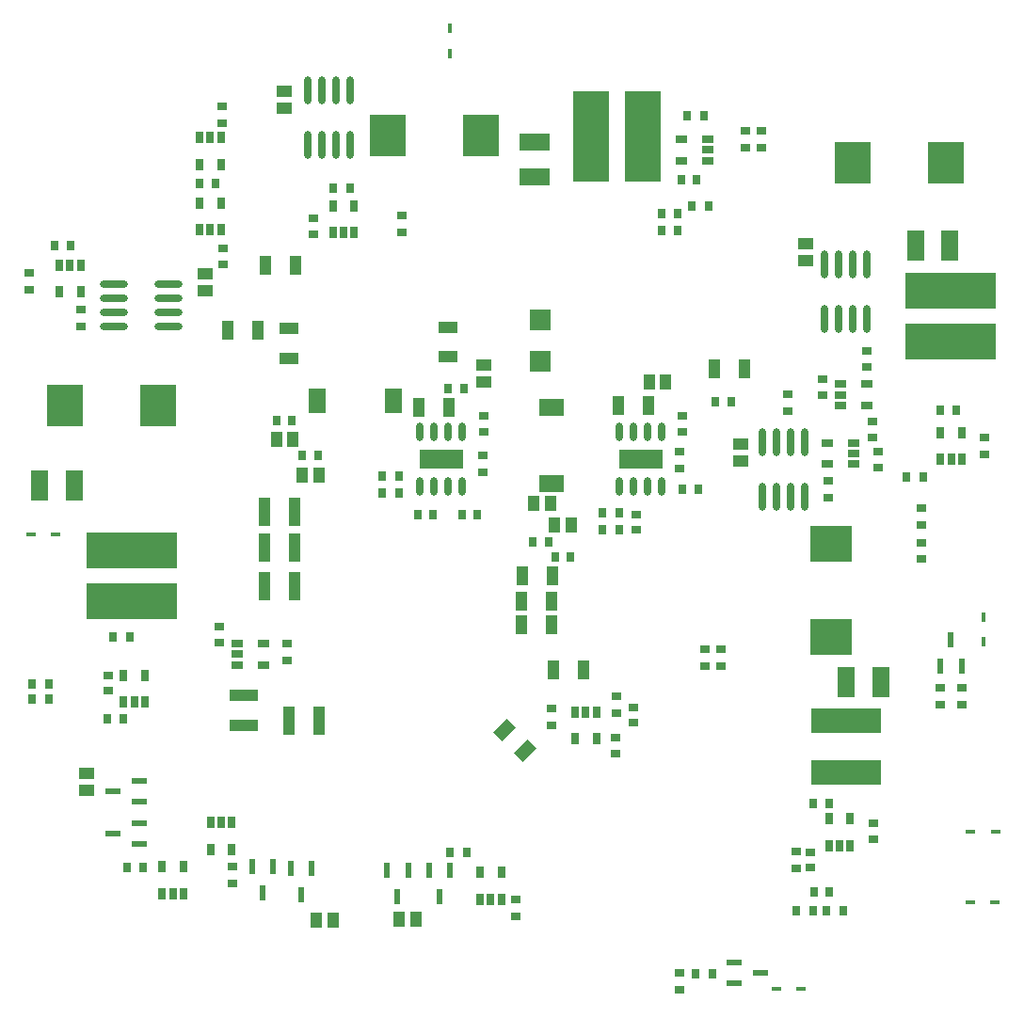
<source format=gbr>
%TF.GenerationSoftware,Altium Limited,Altium Designer,18.1.7 (191)*%
G04 Layer_Color=8421504*
%FSLAX45Y45*%
%MOMM*%
%TF.FileFunction,Paste,Top*%
%TF.Part,Single*%
G01*
G75*
%TA.AperFunction,SMDPad,CuDef*%
%ADD11R,1.45000X0.60000*%
%ADD12R,0.90000X0.70000*%
%ADD13R,4.00000X1.75000*%
%ADD14O,0.70000X1.70000*%
%ADD15R,0.60000X1.45000*%
%ADD16R,0.65000X1.10000*%
%ADD17R,1.10000X1.40000*%
%ADD18R,1.95000X1.90000*%
%ADD19R,0.70000X0.90000*%
%ADD20R,0.90000X0.80000*%
%ADD21R,0.80000X0.90000*%
%ADD22O,0.70000X2.50000*%
%ADD23O,2.50000X0.70000*%
%ADD24R,1.10000X0.65000*%
%ADD25R,3.70000X3.30000*%
%ADD26R,3.30000X8.20000*%
%ADD27R,8.20000X3.30000*%
%ADD28R,1.10000X2.60000*%
%ADD29R,1.40000X1.10000*%
%ADD30R,1.50000X2.80000*%
%ADD31R,2.80000X1.50000*%
%ADD32R,6.30000X2.20000*%
%ADD33R,1.60000X2.20000*%
%ADD34R,2.20000X1.60000*%
%ADD35R,3.30000X3.70000*%
%ADD36R,0.85000X0.45000*%
%ADD37R,0.45000X0.85000*%
%ADD38R,1.10000X1.70000*%
%ADD39R,1.70000X1.10000*%
G04:AMPARAMS|DCode=40|XSize=1.7mm|YSize=1.1mm|CornerRadius=0mm|HoleSize=0mm|Usage=FLASHONLY|Rotation=45.000|XOffset=0mm|YOffset=0mm|HoleType=Round|Shape=Rectangle|*
%AMROTATEDRECTD40*
4,1,4,-0.21213,-0.98995,-0.98995,-0.21213,0.21213,0.98995,0.98995,0.21213,-0.21213,-0.98995,0.0*
%
%ADD40ROTATEDRECTD40*%

%ADD41R,2.60000X1.10000*%
D11*
X2752501Y3699998D02*
D03*
X2987502Y3794999D02*
D03*
Y3605002D02*
D03*
X2752501Y3319998D02*
D03*
X2987502Y3415000D02*
D03*
Y3225002D02*
D03*
X8574999Y2067499D02*
D03*
X8339999Y1972498D02*
D03*
Y2162500D02*
D03*
D12*
X4320002Y4877501D02*
D03*
Y5027498D02*
D03*
X8219999Y4824999D02*
D03*
Y4975001D02*
D03*
X3825001Y2872501D02*
D03*
Y3022498D02*
D03*
X6374999Y2577501D02*
D03*
Y2727498D02*
D03*
X7844998Y2062500D02*
D03*
Y1912498D02*
D03*
X10384998Y4477502D02*
D03*
Y4627499D02*
D03*
X6700002Y4442501D02*
D03*
Y4292498D02*
D03*
X7280001Y4555002D02*
D03*
Y4405000D02*
D03*
X3745001Y8437499D02*
D03*
Y8587501D02*
D03*
X3707501Y5184999D02*
D03*
Y5035001D02*
D03*
X3732500Y9715002D02*
D03*
Y9864999D02*
D03*
X9182501Y6492499D02*
D03*
Y6342502D02*
D03*
X8894999Y3004998D02*
D03*
Y3155000D02*
D03*
X9582501Y6880001D02*
D03*
Y7029999D02*
D03*
X9592498Y3265002D02*
D03*
Y3415000D02*
D03*
X10195001Y4480001D02*
D03*
Y4629998D02*
D03*
X5350002Y8732500D02*
D03*
Y8882502D02*
D03*
X8587501Y9642500D02*
D03*
Y9492498D02*
D03*
X8439998Y9492503D02*
D03*
Y9642500D02*
D03*
X2462500Y8035000D02*
D03*
Y7884998D02*
D03*
X2000001Y8362498D02*
D03*
Y8212501D02*
D03*
X9532498Y7515001D02*
D03*
Y7664999D02*
D03*
X8819998Y7120001D02*
D03*
Y7269998D02*
D03*
X10027498Y5787502D02*
D03*
Y5937499D02*
D03*
Y6099998D02*
D03*
Y6250000D02*
D03*
X10595000Y6732499D02*
D03*
Y6882501D02*
D03*
X6079998Y6572499D02*
D03*
Y6722501D02*
D03*
X7852501Y6607500D02*
D03*
Y6757502D02*
D03*
X8077500Y4824999D02*
D03*
Y4975001D02*
D03*
D13*
X7502500Y6689999D02*
D03*
X5702498Y6692499D02*
D03*
D14*
X7309201Y6439042D02*
D03*
X7436201D02*
D03*
X7563201D02*
D03*
X7690201D02*
D03*
X7309201Y6934043D02*
D03*
X7436201D02*
D03*
X7563201D02*
D03*
X7690201D02*
D03*
X5890199Y6936542D02*
D03*
X5763199D02*
D03*
X5636199D02*
D03*
X5509199D02*
D03*
X5890199Y6441542D02*
D03*
X5763199D02*
D03*
X5636199D02*
D03*
X5509199D02*
D03*
D15*
X4540001Y3007502D02*
D03*
X4349999D02*
D03*
X4445000Y2772501D02*
D03*
X5407503Y2990002D02*
D03*
X5217500D02*
D03*
X5312501Y2755001D02*
D03*
X4194998Y3019999D02*
D03*
X4005001D02*
D03*
X4100002Y2784998D02*
D03*
X10290002Y5064999D02*
D03*
X10384998Y4829998D02*
D03*
X10195001D02*
D03*
X5785002Y2990002D02*
D03*
X5595000D02*
D03*
X5690001Y2755001D02*
D03*
D16*
X3822502Y3177499D02*
D03*
X3632500D02*
D03*
Y3417499D02*
D03*
X3727501D02*
D03*
X3822502D02*
D03*
X3722502Y9342501D02*
D03*
X3532500D02*
D03*
Y9582501D02*
D03*
X3627501D02*
D03*
X3722502D02*
D03*
X3532500Y8994999D02*
D03*
X3722502D02*
D03*
Y8754999D02*
D03*
X3627501D02*
D03*
X3532500D02*
D03*
X9192499Y3450001D02*
D03*
X9382501D02*
D03*
Y3210001D02*
D03*
X9287500D02*
D03*
X9192499D02*
D03*
X2847503Y4742500D02*
D03*
X3037500D02*
D03*
Y4502501D02*
D03*
X2942499D02*
D03*
X2847503D02*
D03*
X10197501Y6925000D02*
D03*
X10387498D02*
D03*
Y6685001D02*
D03*
X10292502D02*
D03*
X10197501D02*
D03*
X4729998Y8730000D02*
D03*
X4824999D02*
D03*
X4920000D02*
D03*
Y8970000D02*
D03*
X4729998D02*
D03*
X2460000Y8435000D02*
D03*
X2364999D02*
D03*
X2269998D02*
D03*
Y8195000D02*
D03*
X2460000D02*
D03*
X6054999Y2730002D02*
D03*
X6150000D02*
D03*
X6245001D02*
D03*
Y2970002D02*
D03*
X6054999D02*
D03*
X7100001Y4169999D02*
D03*
X6909999D02*
D03*
Y4409999D02*
D03*
X7005000D02*
D03*
X7100001D02*
D03*
X3195000Y3019999D02*
D03*
X3385002D02*
D03*
Y2780000D02*
D03*
X3290001D02*
D03*
X3195000D02*
D03*
D17*
X4729998Y2537501D02*
D03*
X4580001D02*
D03*
X6537503Y6287501D02*
D03*
X6687500D02*
D03*
X4222501Y6865000D02*
D03*
X4372498D02*
D03*
X5477500Y2549997D02*
D03*
X5327498D02*
D03*
X7724999Y7380000D02*
D03*
X7575001D02*
D03*
X4457502Y6547500D02*
D03*
X4607499D02*
D03*
X6872498Y6092500D02*
D03*
X6722501D02*
D03*
D18*
X6592499Y7942499D02*
D03*
Y7567498D02*
D03*
D19*
X5175001Y6385001D02*
D03*
X5324998D02*
D03*
X5322499Y6540002D02*
D03*
X5172502D02*
D03*
X7157502Y6205002D02*
D03*
X7307499D02*
D03*
Y6052500D02*
D03*
X7157502D02*
D03*
X5785002Y3150001D02*
D03*
X5935000D02*
D03*
X8897498Y2627498D02*
D03*
X9047500D02*
D03*
X9172499D02*
D03*
X9322501D02*
D03*
X7995001Y2057502D02*
D03*
X8144998D02*
D03*
X8067497Y9780001D02*
D03*
X7917500D02*
D03*
X2697500Y4347500D02*
D03*
X2847503D02*
D03*
X2752501Y5089997D02*
D03*
X2902499D02*
D03*
X9889998Y6530000D02*
D03*
X10040000D02*
D03*
X2027499Y4667499D02*
D03*
X2177501D02*
D03*
Y4527499D02*
D03*
X2027499D02*
D03*
X8110002Y8962502D02*
D03*
X7959999D02*
D03*
X4884999Y9130000D02*
D03*
X4735002D02*
D03*
X3527501Y9169999D02*
D03*
X3677498D02*
D03*
X3024998Y3017500D02*
D03*
X2875001D02*
D03*
X7684999Y8750000D02*
D03*
X7835001D02*
D03*
X7684999Y8894999D02*
D03*
X7835001D02*
D03*
D20*
X7460000Y6192500D02*
D03*
Y6052500D02*
D03*
X7872501Y6937502D02*
D03*
Y7077502D02*
D03*
X6087501Y6935003D02*
D03*
Y7075002D02*
D03*
X9632498Y6614998D02*
D03*
Y6754998D02*
D03*
X2704998Y4605000D02*
D03*
Y4744999D02*
D03*
X9132499Y7407499D02*
D03*
Y7267499D02*
D03*
X4554997Y8712500D02*
D03*
Y8852499D02*
D03*
X9025001Y3010002D02*
D03*
Y3150001D02*
D03*
X7437501Y4314998D02*
D03*
Y4455003D02*
D03*
X7272498Y4182501D02*
D03*
Y4042501D02*
D03*
D21*
X8017500Y6420002D02*
D03*
X7877500D02*
D03*
X5632501Y6192500D02*
D03*
X5492501D02*
D03*
X6030001Y6185002D02*
D03*
X5890001D02*
D03*
X8004998Y9205001D02*
D03*
X7864998D02*
D03*
X9052499Y3590000D02*
D03*
X9192499D02*
D03*
X10337500Y7132498D02*
D03*
X10197501D02*
D03*
X2227499Y8610001D02*
D03*
X2367498D02*
D03*
X9197497Y2792501D02*
D03*
X9057498D02*
D03*
X8172501Y7207499D02*
D03*
X8312501D02*
D03*
X5767502Y7327499D02*
D03*
X5907502D02*
D03*
X4362501Y7037502D02*
D03*
X4222501D02*
D03*
X4457502Y6720002D02*
D03*
X4597502D02*
D03*
X6729999Y5805002D02*
D03*
X6869999D02*
D03*
X6667500Y5939998D02*
D03*
X6527500D02*
D03*
D22*
X9535500Y8439998D02*
D03*
X9408500D02*
D03*
X9281500D02*
D03*
X9154500D02*
D03*
X9535500Y7950002D02*
D03*
X9408500D02*
D03*
X9281500D02*
D03*
X9154500D02*
D03*
X8970498Y6840002D02*
D03*
X8843498D02*
D03*
X8716498D02*
D03*
X8589498D02*
D03*
X8970498Y6350000D02*
D03*
X8843498D02*
D03*
X8716498D02*
D03*
X8589498D02*
D03*
X4882998Y10007503D02*
D03*
X4755998D02*
D03*
X4628998D02*
D03*
X4501998D02*
D03*
X4882998Y9517502D02*
D03*
X4755998D02*
D03*
X4628998D02*
D03*
X4501998D02*
D03*
D23*
X3250001Y7879502D02*
D03*
Y8006502D02*
D03*
Y8133502D02*
D03*
Y8260502D02*
D03*
X2760000Y7879502D02*
D03*
Y8006502D02*
D03*
Y8133502D02*
D03*
Y8260502D02*
D03*
D24*
X9534997Y7362500D02*
D03*
Y7172503D02*
D03*
X9294998D02*
D03*
Y7267499D02*
D03*
Y7362500D02*
D03*
X7864998Y9375003D02*
D03*
Y9565000D02*
D03*
X8104998D02*
D03*
Y9469999D02*
D03*
Y9375003D02*
D03*
X9417502Y6645001D02*
D03*
Y6740002D02*
D03*
Y6834998D02*
D03*
X9177498D02*
D03*
Y6645001D02*
D03*
X3867501Y5027498D02*
D03*
Y4932502D02*
D03*
Y4837501D02*
D03*
X4107500D02*
D03*
Y5027498D02*
D03*
D25*
X9207500Y5090003D02*
D03*
Y5930001D02*
D03*
D26*
X7515001Y9589999D02*
D03*
X7054997D02*
D03*
D27*
X2924998Y5410002D02*
D03*
Y5870001D02*
D03*
X10290002Y8207502D02*
D03*
Y7747498D02*
D03*
D28*
X4334998Y4337502D02*
D03*
X4605000D02*
D03*
X4382501Y6217498D02*
D03*
X4112499D02*
D03*
X4385000Y5890001D02*
D03*
X4114998D02*
D03*
X4385000Y5547502D02*
D03*
X4114998D02*
D03*
D29*
X4289999Y9847499D02*
D03*
Y9997501D02*
D03*
X8395000Y6669999D02*
D03*
Y6820002D02*
D03*
X8980002Y8627501D02*
D03*
Y8477499D02*
D03*
X3577499Y8355000D02*
D03*
Y8204998D02*
D03*
X2514529Y3707501D02*
D03*
Y3857498D02*
D03*
X6087501Y7384999D02*
D03*
Y7535001D02*
D03*
D30*
X9349999Y4680001D02*
D03*
X9660001D02*
D03*
X2404999Y6450000D02*
D03*
X2095002D02*
D03*
X10282499Y8610001D02*
D03*
X9972502D02*
D03*
D31*
X6545001Y9542501D02*
D03*
Y9232499D02*
D03*
D32*
X9349999Y3872499D02*
D03*
Y4332498D02*
D03*
D33*
X5272502Y7215002D02*
D03*
X4592498D02*
D03*
D34*
X6700002Y7152498D02*
D03*
Y6472499D02*
D03*
D35*
X10242499Y9352498D02*
D03*
X9402501D02*
D03*
X2317501Y7167499D02*
D03*
X3157499D02*
D03*
X6065002Y9602500D02*
D03*
X5224998D02*
D03*
D36*
X2012498Y6010001D02*
D03*
X2237501D02*
D03*
X8717498Y1917502D02*
D03*
X8942502D02*
D03*
X10464998Y3337499D02*
D03*
X10690001D02*
D03*
X10462499Y2697500D02*
D03*
X10687502D02*
D03*
D37*
X5779999Y10337500D02*
D03*
Y10562499D02*
D03*
X10579999Y5044999D02*
D03*
Y5270002D02*
D03*
D38*
X4389999Y8432500D02*
D03*
X4120002D02*
D03*
X7297501Y7172498D02*
D03*
X7567498D02*
D03*
X8430001Y7504999D02*
D03*
X8159999D02*
D03*
X5501198Y7155002D02*
D03*
X5771200D02*
D03*
X3785001Y7847498D02*
D03*
X4054998D02*
D03*
X6432499Y5635000D02*
D03*
X6702501D02*
D03*
X6430000Y5410002D02*
D03*
X6700002D02*
D03*
X6427500Y5197500D02*
D03*
X6697502D02*
D03*
X6714998Y4792502D02*
D03*
X6985000D02*
D03*
D39*
X4334998Y7862499D02*
D03*
Y7592502D02*
D03*
X5762498Y7877500D02*
D03*
Y7607498D02*
D03*
D40*
X6272042Y4252961D02*
D03*
X6462959Y4062039D02*
D03*
D41*
X3925001Y4560001D02*
D03*
Y4289999D02*
D03*
%TF.MD5,d203a14e8bf2ac496412971d5ed4360d*%
M02*

</source>
